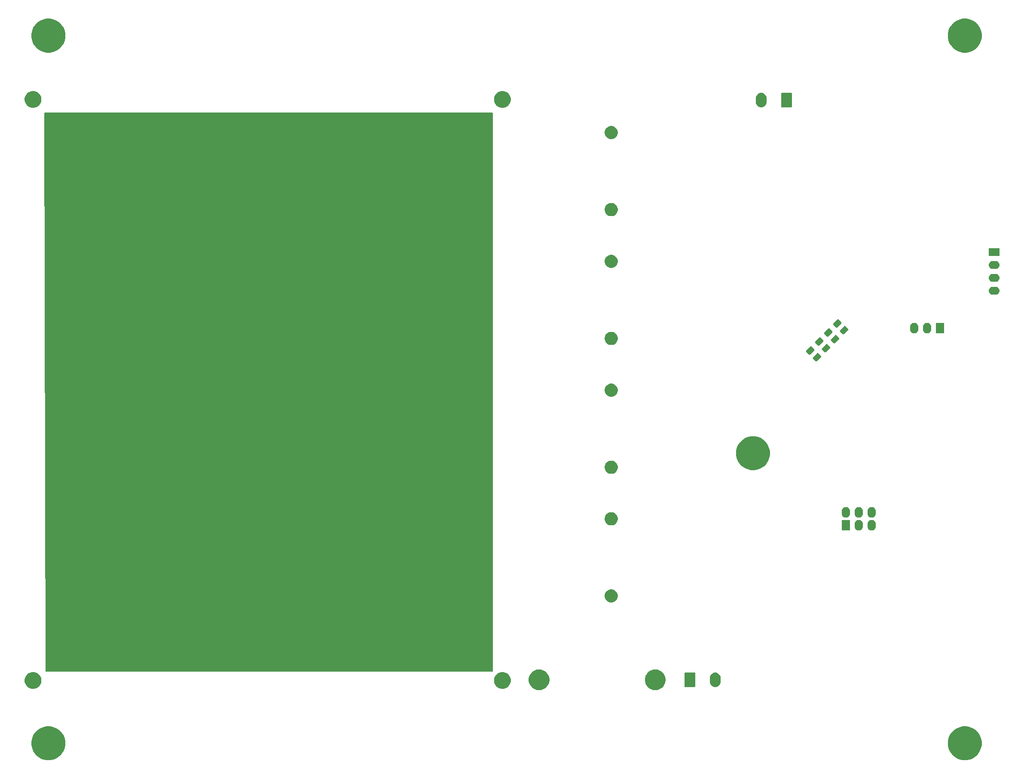
<source format=gbr>
G04 #@! TF.GenerationSoftware,KiCad,Pcbnew,(5.1.4)-1*
G04 #@! TF.CreationDate,2020-09-06T16:49:47-04:00*
G04 #@! TF.ProjectId,DC_LOAD_V02,44435f4c-4f41-4445-9f56-30322e6b6963,rev?*
G04 #@! TF.SameCoordinates,Original*
G04 #@! TF.FileFunction,Soldermask,Bot*
G04 #@! TF.FilePolarity,Negative*
%FSLAX46Y46*%
G04 Gerber Fmt 4.6, Leading zero omitted, Abs format (unit mm)*
G04 Created by KiCad (PCBNEW (5.1.4)-1) date 2020-09-06 16:49:47*
%MOMM*%
%LPD*%
G04 APERTURE LIST*
%ADD10C,0.100000*%
%ADD11C,0.150000*%
G04 APERTURE END LIST*
D10*
G36*
X165100000Y-176149000D02*
G01*
X77089000Y-176149000D01*
X76835000Y-66040000D01*
X165100000Y-66040000D01*
X165100000Y-176149000D01*
G37*
X165100000Y-176149000D02*
X77089000Y-176149000D01*
X76835000Y-66040000D01*
X165100000Y-66040000D01*
X165100000Y-176149000D01*
D11*
X77089000Y-176149000D02*
X76835000Y-66040000D01*
X165100000Y-176149000D02*
X77089000Y-176149000D01*
X165100000Y-66040000D02*
X165100000Y-176149000D01*
X76835000Y-66040000D02*
X165100000Y-66040000D01*
D10*
G36*
X259127158Y-187078738D02*
G01*
X259736818Y-187331268D01*
X259736820Y-187331269D01*
X260285500Y-187697885D01*
X260752115Y-188164500D01*
X261118732Y-188713182D01*
X261371262Y-189322842D01*
X261500000Y-189970052D01*
X261500000Y-190629948D01*
X261371262Y-191277158D01*
X261118732Y-191886818D01*
X261118731Y-191886820D01*
X260752115Y-192435500D01*
X260285500Y-192902115D01*
X259736820Y-193268731D01*
X259736819Y-193268732D01*
X259736818Y-193268732D01*
X259127158Y-193521262D01*
X258479948Y-193650000D01*
X257820052Y-193650000D01*
X257172842Y-193521262D01*
X256563182Y-193268732D01*
X256563181Y-193268732D01*
X256563180Y-193268731D01*
X256014500Y-192902115D01*
X255547885Y-192435500D01*
X255181269Y-191886820D01*
X255181268Y-191886818D01*
X254928738Y-191277158D01*
X254800000Y-190629948D01*
X254800000Y-189970052D01*
X254928738Y-189322842D01*
X255181268Y-188713182D01*
X255547885Y-188164500D01*
X256014500Y-187697885D01*
X256563180Y-187331269D01*
X256563182Y-187331268D01*
X257172842Y-187078738D01*
X257820052Y-186950000D01*
X258479948Y-186950000D01*
X259127158Y-187078738D01*
X259127158Y-187078738D01*
G37*
G36*
X78547158Y-187078738D02*
G01*
X79156818Y-187331268D01*
X79156820Y-187331269D01*
X79705500Y-187697885D01*
X80172115Y-188164500D01*
X80538732Y-188713182D01*
X80791262Y-189322842D01*
X80920000Y-189970052D01*
X80920000Y-190629948D01*
X80791262Y-191277158D01*
X80538732Y-191886818D01*
X80538731Y-191886820D01*
X80172115Y-192435500D01*
X79705500Y-192902115D01*
X79156820Y-193268731D01*
X79156819Y-193268732D01*
X79156818Y-193268732D01*
X78547158Y-193521262D01*
X77899948Y-193650000D01*
X77240052Y-193650000D01*
X76592842Y-193521262D01*
X75983182Y-193268732D01*
X75983181Y-193268732D01*
X75983180Y-193268731D01*
X75434500Y-192902115D01*
X74967885Y-192435500D01*
X74601269Y-191886820D01*
X74601268Y-191886818D01*
X74348738Y-191277158D01*
X74220000Y-190629948D01*
X74220000Y-189970052D01*
X74348738Y-189322842D01*
X74601268Y-188713182D01*
X74967885Y-188164500D01*
X75434500Y-187697885D01*
X75983180Y-187331269D01*
X75983182Y-187331268D01*
X76592842Y-187078738D01*
X77240052Y-186950000D01*
X77899948Y-186950000D01*
X78547158Y-187078738D01*
X78547158Y-187078738D01*
G37*
G36*
X174709944Y-175802520D02*
G01*
X174841963Y-175828780D01*
X175215039Y-175983314D01*
X175550799Y-176207661D01*
X175836339Y-176493201D01*
X175960449Y-176678946D01*
X176060687Y-176828963D01*
X176064774Y-176838830D01*
X176140331Y-177021239D01*
X176215220Y-177202038D01*
X176294000Y-177598091D01*
X176294000Y-178001909D01*
X176215220Y-178397962D01*
X176064774Y-178761171D01*
X176060686Y-178771039D01*
X175836339Y-179106799D01*
X175550799Y-179392339D01*
X175215039Y-179616686D01*
X174841963Y-179771220D01*
X174709944Y-179797480D01*
X174445909Y-179850000D01*
X174042091Y-179850000D01*
X173778056Y-179797480D01*
X173646037Y-179771220D01*
X173272961Y-179616686D01*
X172937201Y-179392339D01*
X172651661Y-179106799D01*
X172427314Y-178771039D01*
X172423227Y-178761171D01*
X172272780Y-178397962D01*
X172194000Y-178001909D01*
X172194000Y-177598091D01*
X172272780Y-177202038D01*
X172347670Y-177021239D01*
X172423226Y-176838830D01*
X172427313Y-176828963D01*
X172527551Y-176678946D01*
X172651661Y-176493201D01*
X172937201Y-176207661D01*
X173272961Y-175983314D01*
X173646037Y-175828780D01*
X173778056Y-175802520D01*
X174042091Y-175750000D01*
X174445909Y-175750000D01*
X174709944Y-175802520D01*
X174709944Y-175802520D01*
G37*
G36*
X197609944Y-175802520D02*
G01*
X197741963Y-175828780D01*
X198115039Y-175983314D01*
X198450799Y-176207661D01*
X198736339Y-176493201D01*
X198860449Y-176678946D01*
X198960687Y-176828963D01*
X198964774Y-176838830D01*
X199040331Y-177021239D01*
X199115220Y-177202038D01*
X199194000Y-177598091D01*
X199194000Y-178001909D01*
X199115220Y-178397962D01*
X198964774Y-178761171D01*
X198960686Y-178771039D01*
X198736339Y-179106799D01*
X198450799Y-179392339D01*
X198115039Y-179616686D01*
X197741963Y-179771220D01*
X197609944Y-179797480D01*
X197345909Y-179850000D01*
X196942091Y-179850000D01*
X196678056Y-179797480D01*
X196546037Y-179771220D01*
X196172961Y-179616686D01*
X195837201Y-179392339D01*
X195551661Y-179106799D01*
X195327314Y-178771039D01*
X195323227Y-178761171D01*
X195172780Y-178397962D01*
X195094000Y-178001909D01*
X195094000Y-177598091D01*
X195172780Y-177202038D01*
X195247670Y-177021239D01*
X195323226Y-176838830D01*
X195327313Y-176828963D01*
X195427551Y-176678946D01*
X195551661Y-176493201D01*
X195837201Y-176207661D01*
X196172961Y-175983314D01*
X196546037Y-175828780D01*
X196678056Y-175802520D01*
X196942091Y-175750000D01*
X197345909Y-175750000D01*
X197609944Y-175802520D01*
X197609944Y-175802520D01*
G37*
G36*
X74752874Y-176294023D02*
G01*
X75026287Y-176348408D01*
X75326568Y-176472789D01*
X75596814Y-176653361D01*
X75826639Y-176883186D01*
X76007211Y-177153432D01*
X76131592Y-177453713D01*
X76195000Y-177772489D01*
X76195000Y-178097511D01*
X76131592Y-178416287D01*
X76007211Y-178716568D01*
X75826639Y-178986814D01*
X75596814Y-179216639D01*
X75326568Y-179397211D01*
X75026287Y-179521592D01*
X74752874Y-179575977D01*
X74707512Y-179585000D01*
X74382488Y-179585000D01*
X74337126Y-179575977D01*
X74063713Y-179521592D01*
X73763432Y-179397211D01*
X73493186Y-179216639D01*
X73263361Y-178986814D01*
X73082789Y-178716568D01*
X72958408Y-178416287D01*
X72895000Y-178097511D01*
X72895000Y-177772489D01*
X72958408Y-177453713D01*
X73082789Y-177153432D01*
X73263361Y-176883186D01*
X73493186Y-176653361D01*
X73763432Y-176472789D01*
X74063713Y-176348408D01*
X74337126Y-176294023D01*
X74382488Y-176285000D01*
X74707512Y-176285000D01*
X74752874Y-176294023D01*
X74752874Y-176294023D01*
G37*
G36*
X167232874Y-176294023D02*
G01*
X167506287Y-176348408D01*
X167806568Y-176472789D01*
X168076814Y-176653361D01*
X168306639Y-176883186D01*
X168487211Y-177153432D01*
X168611592Y-177453713D01*
X168675000Y-177772489D01*
X168675000Y-178097511D01*
X168611592Y-178416287D01*
X168487211Y-178716568D01*
X168306639Y-178986814D01*
X168076814Y-179216639D01*
X167806568Y-179397211D01*
X167506287Y-179521592D01*
X167232874Y-179575977D01*
X167187512Y-179585000D01*
X166862488Y-179585000D01*
X166817126Y-179575977D01*
X166543713Y-179521592D01*
X166243432Y-179397211D01*
X165973186Y-179216639D01*
X165743361Y-178986814D01*
X165562789Y-178716568D01*
X165438408Y-178416287D01*
X165375000Y-178097511D01*
X165375000Y-177772489D01*
X165438408Y-177453713D01*
X165562789Y-177153432D01*
X165743361Y-176883186D01*
X165973186Y-176653361D01*
X166243432Y-176472789D01*
X166543713Y-176348408D01*
X166817126Y-176294023D01*
X166862488Y-176285000D01*
X167187512Y-176285000D01*
X167232874Y-176294023D01*
X167232874Y-176294023D01*
G37*
G36*
X209167835Y-176390193D02*
G01*
X209365761Y-176450233D01*
X209365764Y-176450234D01*
X209467542Y-176504636D01*
X209548171Y-176547733D01*
X209589819Y-176581913D01*
X209708055Y-176678945D01*
X209839268Y-176838830D01*
X209936766Y-177021235D01*
X209936766Y-177021236D01*
X209936767Y-177021238D01*
X209996807Y-177219164D01*
X210012000Y-177373422D01*
X210012000Y-178226577D01*
X209996807Y-178380835D01*
X209936767Y-178578762D01*
X209936766Y-178578765D01*
X209839268Y-178761170D01*
X209708055Y-178921055D01*
X209548170Y-179052268D01*
X209365765Y-179149766D01*
X209365762Y-179149767D01*
X209167836Y-179209807D01*
X208962000Y-179230080D01*
X208756165Y-179209807D01*
X208558239Y-179149767D01*
X208558236Y-179149766D01*
X208375831Y-179052268D01*
X208215946Y-178921055D01*
X208084734Y-178761172D01*
X207987233Y-178578762D01*
X207927193Y-178380834D01*
X207912000Y-178226580D01*
X207912000Y-177373421D01*
X207927193Y-177219167D01*
X207927193Y-177219165D01*
X207987233Y-177021239D01*
X207987234Y-177021236D01*
X208084732Y-176838831D01*
X208084733Y-176838829D01*
X208118913Y-176797181D01*
X208215945Y-176678945D01*
X208375830Y-176547732D01*
X208558235Y-176450234D01*
X208558238Y-176450233D01*
X208756164Y-176390193D01*
X208962000Y-176369920D01*
X209167835Y-176390193D01*
X209167835Y-176390193D01*
G37*
G36*
X204923343Y-176377706D02*
G01*
X204943863Y-176383931D01*
X204962776Y-176394040D01*
X204979354Y-176407646D01*
X204992960Y-176424224D01*
X205003069Y-176443137D01*
X205009294Y-176463657D01*
X205012000Y-176491138D01*
X205012000Y-179108862D01*
X205009294Y-179136343D01*
X205003069Y-179156863D01*
X204992960Y-179175776D01*
X204979354Y-179192354D01*
X204962776Y-179205960D01*
X204943863Y-179216069D01*
X204923343Y-179222294D01*
X204895862Y-179225000D01*
X203028138Y-179225000D01*
X203000657Y-179222294D01*
X202980137Y-179216069D01*
X202961224Y-179205960D01*
X202944646Y-179192354D01*
X202931040Y-179175776D01*
X202920931Y-179156863D01*
X202914706Y-179136343D01*
X202912000Y-179108862D01*
X202912000Y-176491138D01*
X202914706Y-176463657D01*
X202920931Y-176443137D01*
X202931040Y-176424224D01*
X202944646Y-176407646D01*
X202961224Y-176394040D01*
X202980137Y-176383931D01*
X203000657Y-176377706D01*
X203028138Y-176375000D01*
X204895862Y-176375000D01*
X204923343Y-176377706D01*
X204923343Y-176377706D01*
G37*
G36*
X188847196Y-159999958D02*
G01*
X189083781Y-160097955D01*
X189296702Y-160240224D01*
X189477776Y-160421298D01*
X189620045Y-160634219D01*
X189718042Y-160870804D01*
X189768000Y-161121961D01*
X189768000Y-161378039D01*
X189718042Y-161629196D01*
X189620045Y-161865781D01*
X189477776Y-162078702D01*
X189296702Y-162259776D01*
X189083781Y-162402045D01*
X188847196Y-162500042D01*
X188721617Y-162525021D01*
X188596040Y-162550000D01*
X188339960Y-162550000D01*
X188214383Y-162525021D01*
X188088804Y-162500042D01*
X187852219Y-162402045D01*
X187639298Y-162259776D01*
X187458224Y-162078702D01*
X187315955Y-161865781D01*
X187217958Y-161629196D01*
X187168000Y-161378039D01*
X187168000Y-161121961D01*
X187217958Y-160870804D01*
X187315955Y-160634219D01*
X187458224Y-160421298D01*
X187639298Y-160240224D01*
X187852219Y-160097955D01*
X188088804Y-159999958D01*
X188339960Y-159950000D01*
X188596040Y-159950000D01*
X188847196Y-159999958D01*
X188847196Y-159999958D01*
G37*
G36*
X237392826Y-146281576D02*
G01*
X237543627Y-146327321D01*
X237543629Y-146327322D01*
X237682604Y-146401606D01*
X237682606Y-146401607D01*
X237682605Y-146401607D01*
X237804422Y-146501578D01*
X237886466Y-146601550D01*
X237904394Y-146623395D01*
X237927050Y-146665781D01*
X237978679Y-146762372D01*
X238024424Y-146913173D01*
X238036000Y-147030707D01*
X238036000Y-147609293D01*
X238024424Y-147726827D01*
X237978679Y-147877628D01*
X237978678Y-147877630D01*
X237904394Y-148016605D01*
X237804422Y-148138422D01*
X237682605Y-148238394D01*
X237560129Y-148303859D01*
X237543628Y-148312679D01*
X237392827Y-148358424D01*
X237236000Y-148373870D01*
X237079174Y-148358424D01*
X236928373Y-148312679D01*
X236911872Y-148303859D01*
X236789396Y-148238394D01*
X236667579Y-148138422D01*
X236567608Y-148016607D01*
X236567607Y-148016605D01*
X236493321Y-147877628D01*
X236447576Y-147726827D01*
X236436000Y-147609293D01*
X236436000Y-147030708D01*
X236447576Y-146913174D01*
X236493321Y-146762373D01*
X236567607Y-146623395D01*
X236667578Y-146501578D01*
X236789394Y-146401607D01*
X236789393Y-146401607D01*
X236789395Y-146401606D01*
X236928370Y-146327322D01*
X236928372Y-146327321D01*
X237079173Y-146281576D01*
X237236000Y-146266130D01*
X237392826Y-146281576D01*
X237392826Y-146281576D01*
G37*
G36*
X239932826Y-146281576D02*
G01*
X240083627Y-146327321D01*
X240083629Y-146327322D01*
X240222604Y-146401606D01*
X240222606Y-146401607D01*
X240222605Y-146401607D01*
X240344422Y-146501578D01*
X240426466Y-146601550D01*
X240444394Y-146623395D01*
X240467050Y-146665781D01*
X240518679Y-146762372D01*
X240564424Y-146913173D01*
X240576000Y-147030707D01*
X240576000Y-147609293D01*
X240564424Y-147726827D01*
X240518679Y-147877628D01*
X240518678Y-147877630D01*
X240444394Y-148016605D01*
X240344422Y-148138422D01*
X240222605Y-148238394D01*
X240100129Y-148303859D01*
X240083628Y-148312679D01*
X239932827Y-148358424D01*
X239776000Y-148373870D01*
X239619174Y-148358424D01*
X239468373Y-148312679D01*
X239451872Y-148303859D01*
X239329396Y-148238394D01*
X239207579Y-148138422D01*
X239107608Y-148016607D01*
X239107607Y-148016605D01*
X239033321Y-147877628D01*
X238987576Y-147726827D01*
X238976000Y-147609293D01*
X238976000Y-147030708D01*
X238987576Y-146913174D01*
X239033321Y-146762373D01*
X239107607Y-146623395D01*
X239207578Y-146501578D01*
X239329394Y-146401607D01*
X239329393Y-146401607D01*
X239329395Y-146401606D01*
X239468370Y-146327322D01*
X239468372Y-146327321D01*
X239619173Y-146281576D01*
X239776000Y-146266130D01*
X239932826Y-146281576D01*
X239932826Y-146281576D01*
G37*
G36*
X235447588Y-146271746D02*
G01*
X235458729Y-146275126D01*
X235468999Y-146280615D01*
X235477999Y-146288001D01*
X235485385Y-146297001D01*
X235490874Y-146307271D01*
X235494254Y-146318412D01*
X235496000Y-146336141D01*
X235496000Y-148303859D01*
X235494254Y-148321588D01*
X235490874Y-148332729D01*
X235485385Y-148342999D01*
X235477999Y-148351999D01*
X235468999Y-148359385D01*
X235458729Y-148364874D01*
X235447588Y-148368254D01*
X235429859Y-148370000D01*
X233962141Y-148370000D01*
X233944412Y-148368254D01*
X233933271Y-148364874D01*
X233923001Y-148359385D01*
X233914001Y-148351999D01*
X233906615Y-148342999D01*
X233901126Y-148332729D01*
X233897746Y-148321588D01*
X233896000Y-148303859D01*
X233896000Y-146336141D01*
X233897746Y-146318412D01*
X233901126Y-146307271D01*
X233906615Y-146297001D01*
X233914001Y-146288001D01*
X233923001Y-146280615D01*
X233933271Y-146275126D01*
X233944412Y-146271746D01*
X233962141Y-146270000D01*
X235429859Y-146270000D01*
X235447588Y-146271746D01*
X235447588Y-146271746D01*
G37*
G36*
X188721617Y-144774979D02*
G01*
X188847196Y-144799958D01*
X189083781Y-144897955D01*
X189296702Y-145040224D01*
X189477776Y-145221298D01*
X189620045Y-145434219D01*
X189718042Y-145670804D01*
X189768000Y-145921961D01*
X189768000Y-146178039D01*
X189735564Y-146341109D01*
X189718042Y-146429195D01*
X189637602Y-146623396D01*
X189620045Y-146665781D01*
X189477776Y-146878702D01*
X189296702Y-147059776D01*
X189083781Y-147202045D01*
X188847196Y-147300042D01*
X188721617Y-147325021D01*
X188596040Y-147350000D01*
X188339960Y-147350000D01*
X188214383Y-147325021D01*
X188088804Y-147300042D01*
X187852219Y-147202045D01*
X187639298Y-147059776D01*
X187458224Y-146878702D01*
X187315955Y-146665781D01*
X187298399Y-146623396D01*
X187217958Y-146429195D01*
X187200437Y-146341109D01*
X187168000Y-146178039D01*
X187168000Y-145921961D01*
X187217958Y-145670804D01*
X187315955Y-145434219D01*
X187458224Y-145221298D01*
X187639298Y-145040224D01*
X187852219Y-144897955D01*
X188088804Y-144799958D01*
X188214383Y-144774979D01*
X188339960Y-144750000D01*
X188596040Y-144750000D01*
X188721617Y-144774979D01*
X188721617Y-144774979D01*
G37*
G36*
X237392826Y-143741576D02*
G01*
X237543627Y-143787321D01*
X237543629Y-143787322D01*
X237682604Y-143861606D01*
X237682606Y-143861607D01*
X237682605Y-143861607D01*
X237804422Y-143961578D01*
X237886466Y-144061550D01*
X237904394Y-144083395D01*
X237978678Y-144222370D01*
X237978679Y-144222372D01*
X238024424Y-144373173D01*
X238036000Y-144490707D01*
X238036000Y-145069293D01*
X238024424Y-145186827D01*
X237978679Y-145337628D01*
X237978678Y-145337630D01*
X237904394Y-145476605D01*
X237804422Y-145598422D01*
X237682605Y-145698394D01*
X237543630Y-145772678D01*
X237543628Y-145772679D01*
X237392827Y-145818424D01*
X237236000Y-145833870D01*
X237079174Y-145818424D01*
X236928373Y-145772679D01*
X236928371Y-145772678D01*
X236789396Y-145698394D01*
X236667579Y-145598422D01*
X236567608Y-145476607D01*
X236567607Y-145476605D01*
X236493321Y-145337628D01*
X236447576Y-145186827D01*
X236436000Y-145069293D01*
X236436000Y-144490708D01*
X236447576Y-144373174D01*
X236493321Y-144222373D01*
X236567607Y-144083395D01*
X236667578Y-143961578D01*
X236789394Y-143861607D01*
X236789393Y-143861607D01*
X236789395Y-143861606D01*
X236928370Y-143787322D01*
X236928372Y-143787321D01*
X237079173Y-143741576D01*
X237236000Y-143726130D01*
X237392826Y-143741576D01*
X237392826Y-143741576D01*
G37*
G36*
X234852826Y-143741576D02*
G01*
X235003627Y-143787321D01*
X235003629Y-143787322D01*
X235142604Y-143861606D01*
X235142606Y-143861607D01*
X235142605Y-143861607D01*
X235264422Y-143961578D01*
X235346466Y-144061550D01*
X235364394Y-144083395D01*
X235438678Y-144222370D01*
X235438679Y-144222372D01*
X235484424Y-144373173D01*
X235496000Y-144490707D01*
X235496000Y-145069293D01*
X235484424Y-145186827D01*
X235438679Y-145337628D01*
X235438678Y-145337630D01*
X235364394Y-145476605D01*
X235264422Y-145598422D01*
X235142605Y-145698394D01*
X235003630Y-145772678D01*
X235003628Y-145772679D01*
X234852827Y-145818424D01*
X234696000Y-145833870D01*
X234539174Y-145818424D01*
X234388373Y-145772679D01*
X234388371Y-145772678D01*
X234249396Y-145698394D01*
X234127579Y-145598422D01*
X234027608Y-145476607D01*
X234027607Y-145476605D01*
X233953321Y-145337628D01*
X233907576Y-145186827D01*
X233896000Y-145069293D01*
X233896000Y-144490708D01*
X233907576Y-144373174D01*
X233953321Y-144222373D01*
X234027607Y-144083395D01*
X234127578Y-143961578D01*
X234249394Y-143861607D01*
X234249393Y-143861607D01*
X234249395Y-143861606D01*
X234388370Y-143787322D01*
X234388372Y-143787321D01*
X234539173Y-143741576D01*
X234696000Y-143726130D01*
X234852826Y-143741576D01*
X234852826Y-143741576D01*
G37*
G36*
X239932826Y-143741576D02*
G01*
X240083627Y-143787321D01*
X240083629Y-143787322D01*
X240222604Y-143861606D01*
X240222606Y-143861607D01*
X240222605Y-143861607D01*
X240344422Y-143961578D01*
X240426466Y-144061550D01*
X240444394Y-144083395D01*
X240518678Y-144222370D01*
X240518679Y-144222372D01*
X240564424Y-144373173D01*
X240576000Y-144490707D01*
X240576000Y-145069293D01*
X240564424Y-145186827D01*
X240518679Y-145337628D01*
X240518678Y-145337630D01*
X240444394Y-145476605D01*
X240344422Y-145598422D01*
X240222605Y-145698394D01*
X240083630Y-145772678D01*
X240083628Y-145772679D01*
X239932827Y-145818424D01*
X239776000Y-145833870D01*
X239619174Y-145818424D01*
X239468373Y-145772679D01*
X239468371Y-145772678D01*
X239329396Y-145698394D01*
X239207579Y-145598422D01*
X239107608Y-145476607D01*
X239107607Y-145476605D01*
X239033321Y-145337628D01*
X238987576Y-145186827D01*
X238976000Y-145069293D01*
X238976000Y-144490708D01*
X238987576Y-144373174D01*
X239033321Y-144222373D01*
X239107607Y-144083395D01*
X239207578Y-143961578D01*
X239329394Y-143861607D01*
X239329393Y-143861607D01*
X239329395Y-143861606D01*
X239468370Y-143787322D01*
X239468372Y-143787321D01*
X239619173Y-143741576D01*
X239776000Y-143726130D01*
X239932826Y-143741576D01*
X239932826Y-143741576D01*
G37*
G36*
X188847196Y-134639958D02*
G01*
X189083781Y-134737955D01*
X189296702Y-134880224D01*
X189477776Y-135061298D01*
X189620045Y-135274219D01*
X189718042Y-135510804D01*
X189768000Y-135761961D01*
X189768000Y-136018039D01*
X189718042Y-136269196D01*
X189620045Y-136505781D01*
X189477776Y-136718702D01*
X189296702Y-136899776D01*
X189083781Y-137042045D01*
X188847196Y-137140042D01*
X188721617Y-137165021D01*
X188596040Y-137190000D01*
X188339960Y-137190000D01*
X188214383Y-137165021D01*
X188088804Y-137140042D01*
X187852219Y-137042045D01*
X187639298Y-136899776D01*
X187458224Y-136718702D01*
X187315955Y-136505781D01*
X187217958Y-136269196D01*
X187168000Y-136018039D01*
X187168000Y-135761961D01*
X187217958Y-135510804D01*
X187315955Y-135274219D01*
X187458224Y-135061298D01*
X187639298Y-134880224D01*
X187852219Y-134737955D01*
X188088804Y-134639958D01*
X188339960Y-134590000D01*
X188596040Y-134590000D01*
X188847196Y-134639958D01*
X188847196Y-134639958D01*
G37*
G36*
X217385158Y-129900138D02*
G01*
X217994818Y-130152668D01*
X217994820Y-130152669D01*
X218543500Y-130519285D01*
X219010115Y-130985900D01*
X219376732Y-131534582D01*
X219629262Y-132144242D01*
X219758000Y-132791452D01*
X219758000Y-133451348D01*
X219629262Y-134098558D01*
X219405006Y-134639958D01*
X219376731Y-134708220D01*
X219010115Y-135256900D01*
X218543500Y-135723515D01*
X217994820Y-136090131D01*
X217994819Y-136090132D01*
X217994818Y-136090132D01*
X217385158Y-136342662D01*
X216737948Y-136471400D01*
X216078052Y-136471400D01*
X215430842Y-136342662D01*
X214821182Y-136090132D01*
X214821181Y-136090132D01*
X214821180Y-136090131D01*
X214272500Y-135723515D01*
X213805885Y-135256900D01*
X213439269Y-134708220D01*
X213410994Y-134639958D01*
X213186738Y-134098558D01*
X213058000Y-133451348D01*
X213058000Y-132791452D01*
X213186738Y-132144242D01*
X213439268Y-131534582D01*
X213805885Y-130985900D01*
X214272500Y-130519285D01*
X214821180Y-130152669D01*
X214821182Y-130152668D01*
X215430842Y-129900138D01*
X216078052Y-129771400D01*
X216737948Y-129771400D01*
X217385158Y-129900138D01*
X217385158Y-129900138D01*
G37*
G36*
X188721617Y-119414979D02*
G01*
X188847196Y-119439958D01*
X189083781Y-119537955D01*
X189296702Y-119680224D01*
X189477776Y-119861298D01*
X189620045Y-120074219D01*
X189718042Y-120310804D01*
X189768000Y-120561961D01*
X189768000Y-120818039D01*
X189718042Y-121069196D01*
X189620045Y-121305781D01*
X189477776Y-121518702D01*
X189296702Y-121699776D01*
X189083781Y-121842045D01*
X188847196Y-121940042D01*
X188596040Y-121990000D01*
X188339960Y-121990000D01*
X188088804Y-121940042D01*
X187852219Y-121842045D01*
X187639298Y-121699776D01*
X187458224Y-121518702D01*
X187315955Y-121305781D01*
X187217958Y-121069196D01*
X187168000Y-120818039D01*
X187168000Y-120561961D01*
X187217958Y-120310804D01*
X187315955Y-120074219D01*
X187458224Y-119861298D01*
X187639298Y-119680224D01*
X187852219Y-119537955D01*
X188088804Y-119439958D01*
X188214383Y-119414979D01*
X188339960Y-119390000D01*
X188596040Y-119390000D01*
X188721617Y-119414979D01*
X188721617Y-119414979D01*
G37*
G36*
X229191674Y-113374371D02*
G01*
X229231422Y-113386429D01*
X229268056Y-113406010D01*
X229304933Y-113436274D01*
X229773552Y-113904893D01*
X229803816Y-113941770D01*
X229823397Y-113978404D01*
X229835455Y-114018152D01*
X229839526Y-114059492D01*
X229835455Y-114100832D01*
X229823397Y-114140580D01*
X229803816Y-114177214D01*
X229773552Y-114214091D01*
X229022091Y-114965552D01*
X228985214Y-114995816D01*
X228948580Y-115015397D01*
X228908832Y-115027455D01*
X228867492Y-115031526D01*
X228826152Y-115027455D01*
X228786404Y-115015397D01*
X228749770Y-114995816D01*
X228712893Y-114965552D01*
X228244274Y-114496933D01*
X228214010Y-114460056D01*
X228194429Y-114423422D01*
X228182371Y-114383674D01*
X228178300Y-114342334D01*
X228182371Y-114300994D01*
X228194429Y-114261246D01*
X228214010Y-114224612D01*
X228244274Y-114187735D01*
X228995735Y-113436274D01*
X229032612Y-113406010D01*
X229069246Y-113386429D01*
X229108994Y-113374371D01*
X229150334Y-113370300D01*
X229191674Y-113374371D01*
X229191674Y-113374371D01*
G37*
G36*
X227865848Y-112048545D02*
G01*
X227905596Y-112060603D01*
X227942230Y-112080184D01*
X227979107Y-112110448D01*
X228447726Y-112579067D01*
X228477990Y-112615944D01*
X228497571Y-112652578D01*
X228509629Y-112692326D01*
X228513700Y-112733666D01*
X228509629Y-112775006D01*
X228497571Y-112814754D01*
X228477990Y-112851388D01*
X228447726Y-112888265D01*
X227696265Y-113639726D01*
X227659388Y-113669990D01*
X227622754Y-113689571D01*
X227583006Y-113701629D01*
X227541666Y-113705700D01*
X227500326Y-113701629D01*
X227460578Y-113689571D01*
X227423944Y-113669990D01*
X227387067Y-113639726D01*
X226918448Y-113171107D01*
X226888184Y-113134230D01*
X226868603Y-113097596D01*
X226856545Y-113057848D01*
X226852474Y-113016508D01*
X226856545Y-112975168D01*
X226868603Y-112935420D01*
X226888184Y-112898786D01*
X226918448Y-112861909D01*
X227669909Y-112110448D01*
X227706786Y-112080184D01*
X227743420Y-112060603D01*
X227783168Y-112048545D01*
X227824508Y-112044474D01*
X227865848Y-112048545D01*
X227865848Y-112048545D01*
G37*
G36*
X230969674Y-111596371D02*
G01*
X231009422Y-111608429D01*
X231046056Y-111628010D01*
X231082933Y-111658274D01*
X231551552Y-112126893D01*
X231581816Y-112163770D01*
X231601397Y-112200404D01*
X231613455Y-112240152D01*
X231617526Y-112281492D01*
X231613455Y-112322832D01*
X231601397Y-112362580D01*
X231581816Y-112399214D01*
X231551552Y-112436091D01*
X230800091Y-113187552D01*
X230763214Y-113217816D01*
X230726580Y-113237397D01*
X230686832Y-113249455D01*
X230645492Y-113253526D01*
X230604152Y-113249455D01*
X230564404Y-113237397D01*
X230527770Y-113217816D01*
X230490893Y-113187552D01*
X230022274Y-112718933D01*
X229992010Y-112682056D01*
X229972429Y-112645422D01*
X229960371Y-112605674D01*
X229956300Y-112564334D01*
X229960371Y-112522994D01*
X229972429Y-112483246D01*
X229992010Y-112446612D01*
X230022274Y-112409735D01*
X230773735Y-111658274D01*
X230810612Y-111628010D01*
X230847246Y-111608429D01*
X230886994Y-111596371D01*
X230928334Y-111592300D01*
X230969674Y-111596371D01*
X230969674Y-111596371D01*
G37*
G36*
X229643848Y-110270545D02*
G01*
X229683596Y-110282603D01*
X229720230Y-110302184D01*
X229757107Y-110332448D01*
X230225726Y-110801067D01*
X230255990Y-110837944D01*
X230275571Y-110874578D01*
X230287629Y-110914326D01*
X230291700Y-110955666D01*
X230287629Y-110997006D01*
X230275571Y-111036754D01*
X230255990Y-111073388D01*
X230225726Y-111110265D01*
X229474265Y-111861726D01*
X229437388Y-111891990D01*
X229400754Y-111911571D01*
X229361006Y-111923629D01*
X229319666Y-111927700D01*
X229278326Y-111923629D01*
X229238578Y-111911571D01*
X229201944Y-111891990D01*
X229165067Y-111861726D01*
X228696448Y-111393107D01*
X228666184Y-111356230D01*
X228646603Y-111319596D01*
X228634545Y-111279848D01*
X228630474Y-111238508D01*
X228634545Y-111197168D01*
X228646603Y-111157420D01*
X228666184Y-111120786D01*
X228696448Y-111083909D01*
X229447909Y-110332448D01*
X229484786Y-110302184D01*
X229521420Y-110282603D01*
X229561168Y-110270545D01*
X229602508Y-110266474D01*
X229643848Y-110270545D01*
X229643848Y-110270545D01*
G37*
G36*
X188660329Y-109202788D02*
G01*
X188847196Y-109239958D01*
X189083781Y-109337955D01*
X189296702Y-109480224D01*
X189477776Y-109661298D01*
X189603869Y-109850010D01*
X189620046Y-109874221D01*
X189639062Y-109920129D01*
X189718042Y-110110804D01*
X189724969Y-110145629D01*
X189768000Y-110361960D01*
X189768000Y-110618040D01*
X189755457Y-110681096D01*
X189718042Y-110869196D01*
X189620045Y-111105781D01*
X189477776Y-111318702D01*
X189296702Y-111499776D01*
X189083781Y-111642045D01*
X188847196Y-111740042D01*
X188596040Y-111790000D01*
X188339960Y-111790000D01*
X188088804Y-111740042D01*
X187852219Y-111642045D01*
X187639298Y-111499776D01*
X187458224Y-111318702D01*
X187315955Y-111105781D01*
X187217958Y-110869196D01*
X187180543Y-110681096D01*
X187168000Y-110618040D01*
X187168000Y-110361960D01*
X187211031Y-110145629D01*
X187217958Y-110110804D01*
X187296938Y-109920129D01*
X187315954Y-109874221D01*
X187332131Y-109850010D01*
X187458224Y-109661298D01*
X187639298Y-109480224D01*
X187852219Y-109337955D01*
X188088804Y-109239958D01*
X188275671Y-109202788D01*
X188339960Y-109190000D01*
X188596040Y-109190000D01*
X188660329Y-109202788D01*
X188660329Y-109202788D01*
G37*
G36*
X232747674Y-109818371D02*
G01*
X232787422Y-109830429D01*
X232824056Y-109850010D01*
X232860933Y-109880274D01*
X233329552Y-110348893D01*
X233359816Y-110385770D01*
X233379397Y-110422404D01*
X233391455Y-110462152D01*
X233395526Y-110503492D01*
X233391455Y-110544832D01*
X233379397Y-110584580D01*
X233359816Y-110621214D01*
X233329552Y-110658091D01*
X232578091Y-111409552D01*
X232541214Y-111439816D01*
X232504580Y-111459397D01*
X232464832Y-111471455D01*
X232423492Y-111475526D01*
X232382152Y-111471455D01*
X232342404Y-111459397D01*
X232305770Y-111439816D01*
X232268893Y-111409552D01*
X231800274Y-110940933D01*
X231770010Y-110904056D01*
X231750429Y-110867422D01*
X231738371Y-110827674D01*
X231734300Y-110786334D01*
X231738371Y-110744994D01*
X231750429Y-110705246D01*
X231770010Y-110668612D01*
X231800274Y-110631735D01*
X232551735Y-109880274D01*
X232588612Y-109850010D01*
X232625246Y-109830429D01*
X232664994Y-109818371D01*
X232706334Y-109814300D01*
X232747674Y-109818371D01*
X232747674Y-109818371D01*
G37*
G36*
X231421848Y-108492545D02*
G01*
X231461596Y-108504603D01*
X231498230Y-108524184D01*
X231535107Y-108554448D01*
X232003726Y-109023067D01*
X232033990Y-109059944D01*
X232053571Y-109096578D01*
X232065629Y-109136326D01*
X232069700Y-109177666D01*
X232065629Y-109219006D01*
X232053571Y-109258754D01*
X232033990Y-109295388D01*
X232003726Y-109332265D01*
X231252265Y-110083726D01*
X231215388Y-110113990D01*
X231178754Y-110133571D01*
X231139006Y-110145629D01*
X231097666Y-110149700D01*
X231056326Y-110145629D01*
X231016578Y-110133571D01*
X230979944Y-110113990D01*
X230943067Y-110083726D01*
X230474448Y-109615107D01*
X230444184Y-109578230D01*
X230424603Y-109541596D01*
X230412545Y-109501848D01*
X230408474Y-109460508D01*
X230412545Y-109419168D01*
X230424603Y-109379420D01*
X230444184Y-109342786D01*
X230474448Y-109305909D01*
X231225909Y-108554448D01*
X231262786Y-108524184D01*
X231299420Y-108504603D01*
X231339168Y-108492545D01*
X231380508Y-108488474D01*
X231421848Y-108492545D01*
X231421848Y-108492545D01*
G37*
G36*
X234525674Y-108040371D02*
G01*
X234565422Y-108052429D01*
X234602056Y-108072010D01*
X234638933Y-108102274D01*
X235107552Y-108570893D01*
X235137816Y-108607770D01*
X235157397Y-108644404D01*
X235169455Y-108684152D01*
X235173526Y-108725492D01*
X235169455Y-108766832D01*
X235157397Y-108806580D01*
X235137816Y-108843214D01*
X235107552Y-108880091D01*
X234356091Y-109631552D01*
X234319214Y-109661816D01*
X234282580Y-109681397D01*
X234242832Y-109693455D01*
X234201492Y-109697526D01*
X234160152Y-109693455D01*
X234120404Y-109681397D01*
X234083770Y-109661816D01*
X234046893Y-109631552D01*
X233578274Y-109162933D01*
X233548010Y-109126056D01*
X233528429Y-109089422D01*
X233516371Y-109049674D01*
X233512300Y-109008334D01*
X233516371Y-108966994D01*
X233528429Y-108927246D01*
X233548010Y-108890612D01*
X233578274Y-108853735D01*
X234329735Y-108102274D01*
X234366612Y-108072010D01*
X234403246Y-108052429D01*
X234442994Y-108040371D01*
X234484334Y-108036300D01*
X234525674Y-108040371D01*
X234525674Y-108040371D01*
G37*
G36*
X250854827Y-107419576D02*
G01*
X251005628Y-107465321D01*
X251005630Y-107465322D01*
X251144605Y-107539606D01*
X251266422Y-107639578D01*
X251366394Y-107761395D01*
X251405892Y-107835290D01*
X251440679Y-107900372D01*
X251486424Y-108051173D01*
X251498000Y-108168707D01*
X251498000Y-108747293D01*
X251486424Y-108864827D01*
X251440679Y-109015627D01*
X251440678Y-109015630D01*
X251366394Y-109154605D01*
X251359559Y-109162933D01*
X251266422Y-109276422D01*
X251170344Y-109355270D01*
X251144604Y-109376394D01*
X251022128Y-109441859D01*
X251005627Y-109450679D01*
X250854826Y-109496424D01*
X250698000Y-109511870D01*
X250541173Y-109496424D01*
X250390372Y-109450679D01*
X250373871Y-109441859D01*
X250251395Y-109376394D01*
X250216797Y-109348000D01*
X250129578Y-109276422D01*
X250044808Y-109173128D01*
X250029606Y-109154604D01*
X249955322Y-109015629D01*
X249945488Y-108983212D01*
X249909576Y-108864826D01*
X249901137Y-108779142D01*
X249898000Y-108747293D01*
X249898000Y-108168706D01*
X249909576Y-108051175D01*
X249909576Y-108051173D01*
X249955321Y-107900372D01*
X250029607Y-107761394D01*
X250129579Y-107639578D01*
X250251395Y-107539607D01*
X250251394Y-107539607D01*
X250251396Y-107539606D01*
X250390371Y-107465322D01*
X250390373Y-107465321D01*
X250541174Y-107419576D01*
X250698000Y-107404130D01*
X250854827Y-107419576D01*
X250854827Y-107419576D01*
G37*
G36*
X248314827Y-107419576D02*
G01*
X248465628Y-107465321D01*
X248465630Y-107465322D01*
X248604605Y-107539606D01*
X248726422Y-107639578D01*
X248826394Y-107761395D01*
X248865892Y-107835290D01*
X248900679Y-107900372D01*
X248946424Y-108051173D01*
X248958000Y-108168707D01*
X248958000Y-108747293D01*
X248946424Y-108864827D01*
X248900679Y-109015627D01*
X248900678Y-109015630D01*
X248826394Y-109154605D01*
X248819559Y-109162933D01*
X248726422Y-109276422D01*
X248630344Y-109355270D01*
X248604604Y-109376394D01*
X248482128Y-109441859D01*
X248465627Y-109450679D01*
X248314826Y-109496424D01*
X248158000Y-109511870D01*
X248001173Y-109496424D01*
X247850372Y-109450679D01*
X247833871Y-109441859D01*
X247711395Y-109376394D01*
X247676797Y-109348000D01*
X247589578Y-109276422D01*
X247504808Y-109173128D01*
X247489606Y-109154604D01*
X247415322Y-109015629D01*
X247405488Y-108983212D01*
X247369576Y-108864826D01*
X247361137Y-108779142D01*
X247358000Y-108747293D01*
X247358000Y-108168706D01*
X247369576Y-108051175D01*
X247369576Y-108051173D01*
X247415321Y-107900372D01*
X247489607Y-107761394D01*
X247589579Y-107639578D01*
X247711395Y-107539607D01*
X247711394Y-107539607D01*
X247711396Y-107539606D01*
X247850371Y-107465322D01*
X247850373Y-107465321D01*
X248001174Y-107419576D01*
X248158000Y-107404130D01*
X248314827Y-107419576D01*
X248314827Y-107419576D01*
G37*
G36*
X253989588Y-107409746D02*
G01*
X254000729Y-107413126D01*
X254010999Y-107418615D01*
X254019999Y-107426001D01*
X254027385Y-107435001D01*
X254032874Y-107445271D01*
X254036254Y-107456412D01*
X254038000Y-107474141D01*
X254038000Y-109441859D01*
X254036254Y-109459588D01*
X254032874Y-109470729D01*
X254027385Y-109480999D01*
X254019999Y-109489999D01*
X254010999Y-109497385D01*
X254000729Y-109502874D01*
X253989588Y-109506254D01*
X253971859Y-109508000D01*
X252504141Y-109508000D01*
X252486412Y-109506254D01*
X252475271Y-109502874D01*
X252465001Y-109497385D01*
X252456001Y-109489999D01*
X252448615Y-109480999D01*
X252443126Y-109470729D01*
X252439746Y-109459588D01*
X252438000Y-109441859D01*
X252438000Y-107474141D01*
X252439746Y-107456412D01*
X252443126Y-107445271D01*
X252448615Y-107435001D01*
X252456001Y-107426001D01*
X252465001Y-107418615D01*
X252475271Y-107413126D01*
X252486412Y-107409746D01*
X252504141Y-107408000D01*
X253971859Y-107408000D01*
X253989588Y-107409746D01*
X253989588Y-107409746D01*
G37*
G36*
X233199848Y-106714545D02*
G01*
X233239596Y-106726603D01*
X233276230Y-106746184D01*
X233313107Y-106776448D01*
X233781726Y-107245067D01*
X233811990Y-107281944D01*
X233831571Y-107318578D01*
X233843629Y-107358326D01*
X233847700Y-107399666D01*
X233843629Y-107441006D01*
X233831571Y-107480754D01*
X233811990Y-107517388D01*
X233781726Y-107554265D01*
X233030265Y-108305726D01*
X232993388Y-108335990D01*
X232956754Y-108355571D01*
X232917006Y-108367629D01*
X232875666Y-108371700D01*
X232834326Y-108367629D01*
X232794578Y-108355571D01*
X232757944Y-108335990D01*
X232721067Y-108305726D01*
X232252448Y-107837107D01*
X232222184Y-107800230D01*
X232202603Y-107763596D01*
X232190545Y-107723848D01*
X232186474Y-107682508D01*
X232190545Y-107641168D01*
X232202603Y-107601420D01*
X232222184Y-107564786D01*
X232252448Y-107527909D01*
X233003909Y-106776448D01*
X233040786Y-106746184D01*
X233077420Y-106726603D01*
X233117168Y-106714545D01*
X233158508Y-106710474D01*
X233199848Y-106714545D01*
X233199848Y-106714545D01*
G37*
G36*
X264234471Y-100295859D02*
G01*
X264312827Y-100303576D01*
X264463628Y-100349321D01*
X264463630Y-100349322D01*
X264602605Y-100423606D01*
X264602607Y-100423607D01*
X264602606Y-100423607D01*
X264724422Y-100523578D01*
X264824393Y-100645394D01*
X264898679Y-100784372D01*
X264944424Y-100935173D01*
X264959870Y-101092000D01*
X264944424Y-101248827D01*
X264898679Y-101399628D01*
X264898678Y-101399630D01*
X264824394Y-101538605D01*
X264724422Y-101660422D01*
X264602605Y-101760394D01*
X264463630Y-101834678D01*
X264463628Y-101834679D01*
X264312827Y-101880424D01*
X264234471Y-101888141D01*
X264195294Y-101892000D01*
X263616706Y-101892000D01*
X263577529Y-101888141D01*
X263499173Y-101880424D01*
X263348372Y-101834679D01*
X263348370Y-101834678D01*
X263209395Y-101760394D01*
X263087578Y-101660422D01*
X262987606Y-101538605D01*
X262913322Y-101399630D01*
X262913321Y-101399628D01*
X262867576Y-101248827D01*
X262852130Y-101092000D01*
X262867576Y-100935173D01*
X262913321Y-100784372D01*
X262987607Y-100645394D01*
X263087578Y-100523578D01*
X263209394Y-100423607D01*
X263209393Y-100423607D01*
X263209395Y-100423606D01*
X263348370Y-100349322D01*
X263348372Y-100349321D01*
X263499173Y-100303576D01*
X263577529Y-100295859D01*
X263616706Y-100292000D01*
X264195294Y-100292000D01*
X264234471Y-100295859D01*
X264234471Y-100295859D01*
G37*
G36*
X264234471Y-97755859D02*
G01*
X264312827Y-97763576D01*
X264463628Y-97809321D01*
X264463630Y-97809322D01*
X264602605Y-97883606D01*
X264602607Y-97883607D01*
X264602606Y-97883607D01*
X264724422Y-97983578D01*
X264824393Y-98105394D01*
X264898679Y-98244372D01*
X264944424Y-98395173D01*
X264959870Y-98552000D01*
X264944424Y-98708827D01*
X264898679Y-98859628D01*
X264898678Y-98859630D01*
X264824394Y-98998605D01*
X264724422Y-99120422D01*
X264602605Y-99220394D01*
X264463630Y-99294678D01*
X264463628Y-99294679D01*
X264312827Y-99340424D01*
X264234471Y-99348141D01*
X264195294Y-99352000D01*
X263616706Y-99352000D01*
X263577529Y-99348141D01*
X263499173Y-99340424D01*
X263348372Y-99294679D01*
X263348370Y-99294678D01*
X263209395Y-99220394D01*
X263087578Y-99120422D01*
X262987606Y-98998605D01*
X262913322Y-98859630D01*
X262913321Y-98859628D01*
X262867576Y-98708827D01*
X262852130Y-98552000D01*
X262867576Y-98395173D01*
X262913321Y-98244372D01*
X262987607Y-98105394D01*
X263087578Y-97983578D01*
X263209394Y-97883607D01*
X263209393Y-97883607D01*
X263209395Y-97883606D01*
X263348370Y-97809322D01*
X263348372Y-97809321D01*
X263499173Y-97763576D01*
X263577529Y-97755859D01*
X263616706Y-97752000D01*
X264195294Y-97752000D01*
X264234471Y-97755859D01*
X264234471Y-97755859D01*
G37*
G36*
X264234471Y-95215859D02*
G01*
X264312827Y-95223576D01*
X264463628Y-95269321D01*
X264463630Y-95269322D01*
X264602605Y-95343606D01*
X264602607Y-95343607D01*
X264602606Y-95343607D01*
X264724422Y-95443578D01*
X264824393Y-95565394D01*
X264898679Y-95704372D01*
X264944424Y-95855173D01*
X264959870Y-96012000D01*
X264944424Y-96168827D01*
X264904701Y-96299776D01*
X264898678Y-96319630D01*
X264824394Y-96458605D01*
X264724422Y-96580422D01*
X264602605Y-96680394D01*
X264463630Y-96754678D01*
X264463628Y-96754679D01*
X264312827Y-96800424D01*
X264234471Y-96808141D01*
X264195294Y-96812000D01*
X263616706Y-96812000D01*
X263577529Y-96808141D01*
X263499173Y-96800424D01*
X263348372Y-96754679D01*
X263348370Y-96754678D01*
X263209395Y-96680394D01*
X263087578Y-96580422D01*
X262987606Y-96458605D01*
X262913322Y-96319630D01*
X262907299Y-96299776D01*
X262867576Y-96168827D01*
X262852130Y-96012000D01*
X262867576Y-95855173D01*
X262913321Y-95704372D01*
X262987607Y-95565394D01*
X263087578Y-95443578D01*
X263209394Y-95343607D01*
X263209393Y-95343607D01*
X263209395Y-95343606D01*
X263348370Y-95269322D01*
X263348372Y-95269321D01*
X263499173Y-95223576D01*
X263577529Y-95215859D01*
X263616706Y-95212000D01*
X264195294Y-95212000D01*
X264234471Y-95215859D01*
X264234471Y-95215859D01*
G37*
G36*
X188847196Y-94039958D02*
G01*
X189083781Y-94137955D01*
X189296702Y-94280224D01*
X189477776Y-94461298D01*
X189620045Y-94674219D01*
X189718042Y-94910804D01*
X189768000Y-95161961D01*
X189768000Y-95418039D01*
X189718042Y-95669196D01*
X189620045Y-95905781D01*
X189477776Y-96118702D01*
X189296702Y-96299776D01*
X189083781Y-96442045D01*
X189083780Y-96442046D01*
X189083779Y-96442046D01*
X189014486Y-96470748D01*
X188847196Y-96540042D01*
X188721617Y-96565021D01*
X188596040Y-96590000D01*
X188339960Y-96590000D01*
X188214383Y-96565021D01*
X188088804Y-96540042D01*
X187921514Y-96470748D01*
X187852221Y-96442046D01*
X187852220Y-96442046D01*
X187852219Y-96442045D01*
X187639298Y-96299776D01*
X187458224Y-96118702D01*
X187315955Y-95905781D01*
X187217958Y-95669196D01*
X187168000Y-95418039D01*
X187168000Y-95161961D01*
X187217958Y-94910804D01*
X187315955Y-94674219D01*
X187458224Y-94461298D01*
X187639298Y-94280224D01*
X187852219Y-94137955D01*
X188088804Y-94039958D01*
X188339960Y-93990000D01*
X188596040Y-93990000D01*
X188847196Y-94039958D01*
X188847196Y-94039958D01*
G37*
G36*
X264907588Y-92673746D02*
G01*
X264918729Y-92677126D01*
X264928999Y-92682615D01*
X264937999Y-92690001D01*
X264945385Y-92699001D01*
X264950874Y-92709271D01*
X264954254Y-92720412D01*
X264956000Y-92738141D01*
X264956000Y-94205859D01*
X264954254Y-94223588D01*
X264950874Y-94234729D01*
X264945385Y-94244999D01*
X264937999Y-94253999D01*
X264928999Y-94261385D01*
X264918729Y-94266874D01*
X264907588Y-94270254D01*
X264889859Y-94272000D01*
X262922141Y-94272000D01*
X262904412Y-94270254D01*
X262893271Y-94266874D01*
X262883001Y-94261385D01*
X262874001Y-94253999D01*
X262866615Y-94244999D01*
X262861126Y-94234729D01*
X262857746Y-94223588D01*
X262856000Y-94205859D01*
X262856000Y-92738141D01*
X262857746Y-92720412D01*
X262861126Y-92709271D01*
X262866615Y-92699001D01*
X262874001Y-92690001D01*
X262883001Y-92682615D01*
X262893271Y-92677126D01*
X262904412Y-92673746D01*
X262922141Y-92672000D01*
X264889859Y-92672000D01*
X264907588Y-92673746D01*
X264907588Y-92673746D01*
G37*
G36*
X188847196Y-83839958D02*
G01*
X189083781Y-83937955D01*
X189296702Y-84080224D01*
X189477776Y-84261298D01*
X189620045Y-84474219D01*
X189718042Y-84710804D01*
X189768000Y-84961961D01*
X189768000Y-85218039D01*
X189718042Y-85469196D01*
X189620045Y-85705781D01*
X189477776Y-85918702D01*
X189296702Y-86099776D01*
X189083781Y-86242045D01*
X188847196Y-86340042D01*
X188721617Y-86365021D01*
X188596040Y-86390000D01*
X188339960Y-86390000D01*
X188214383Y-86365021D01*
X188088804Y-86340042D01*
X187852219Y-86242045D01*
X187639298Y-86099776D01*
X187458224Y-85918702D01*
X187315955Y-85705781D01*
X187217958Y-85469196D01*
X187168000Y-85218039D01*
X187168000Y-84961961D01*
X187217958Y-84710804D01*
X187315955Y-84474219D01*
X187458224Y-84261298D01*
X187639298Y-84080224D01*
X187852219Y-83937955D01*
X188088804Y-83839958D01*
X188214383Y-83814979D01*
X188339960Y-83790000D01*
X188596040Y-83790000D01*
X188847196Y-83839958D01*
X188847196Y-83839958D01*
G37*
G36*
X188847196Y-68639958D02*
G01*
X189083781Y-68737955D01*
X189296702Y-68880224D01*
X189477776Y-69061298D01*
X189620045Y-69274219D01*
X189718042Y-69510804D01*
X189768000Y-69761961D01*
X189768000Y-70018039D01*
X189718042Y-70269196D01*
X189620045Y-70505781D01*
X189477776Y-70718702D01*
X189296702Y-70899776D01*
X189083781Y-71042045D01*
X188847196Y-71140042D01*
X188721617Y-71165021D01*
X188596040Y-71190000D01*
X188339960Y-71190000D01*
X188214383Y-71165021D01*
X188088804Y-71140042D01*
X187852219Y-71042045D01*
X187639298Y-70899776D01*
X187458224Y-70718702D01*
X187315955Y-70505781D01*
X187217958Y-70269196D01*
X187168000Y-70018039D01*
X187168000Y-69761961D01*
X187217958Y-69510804D01*
X187315955Y-69274219D01*
X187458224Y-69061298D01*
X187639298Y-68880224D01*
X187852219Y-68737955D01*
X188088804Y-68639958D01*
X188339960Y-68590000D01*
X188596040Y-68590000D01*
X188847196Y-68639958D01*
X188847196Y-68639958D01*
G37*
G36*
X74752874Y-61724023D02*
G01*
X75026287Y-61778408D01*
X75326568Y-61902789D01*
X75596814Y-62083361D01*
X75826639Y-62313186D01*
X76007211Y-62583432D01*
X76131592Y-62883713D01*
X76195000Y-63202489D01*
X76195000Y-63527511D01*
X76131592Y-63846287D01*
X76007211Y-64146568D01*
X75826639Y-64416814D01*
X75596814Y-64646639D01*
X75326568Y-64827211D01*
X75026287Y-64951592D01*
X74752874Y-65005977D01*
X74707512Y-65015000D01*
X74382488Y-65015000D01*
X74337126Y-65005977D01*
X74063713Y-64951592D01*
X73763432Y-64827211D01*
X73493186Y-64646639D01*
X73263361Y-64416814D01*
X73082789Y-64146568D01*
X72958408Y-63846287D01*
X72895000Y-63527511D01*
X72895000Y-63202489D01*
X72958408Y-62883713D01*
X73082789Y-62583432D01*
X73263361Y-62313186D01*
X73493186Y-62083361D01*
X73763432Y-61902789D01*
X74063713Y-61778408D01*
X74337126Y-61724023D01*
X74382488Y-61715000D01*
X74707512Y-61715000D01*
X74752874Y-61724023D01*
X74752874Y-61724023D01*
G37*
G36*
X167232874Y-61724023D02*
G01*
X167506287Y-61778408D01*
X167806568Y-61902789D01*
X168076814Y-62083361D01*
X168306639Y-62313186D01*
X168487211Y-62583432D01*
X168611592Y-62883713D01*
X168675000Y-63202489D01*
X168675000Y-63527511D01*
X168611592Y-63846287D01*
X168487211Y-64146568D01*
X168306639Y-64416814D01*
X168076814Y-64646639D01*
X167806568Y-64827211D01*
X167506287Y-64951592D01*
X167232874Y-65005977D01*
X167187512Y-65015000D01*
X166862488Y-65015000D01*
X166817126Y-65005977D01*
X166543713Y-64951592D01*
X166243432Y-64827211D01*
X165973186Y-64646639D01*
X165743361Y-64416814D01*
X165562789Y-64146568D01*
X165438408Y-63846287D01*
X165375000Y-63527511D01*
X165375000Y-63202489D01*
X165438408Y-62883713D01*
X165562789Y-62583432D01*
X165743361Y-62313186D01*
X165973186Y-62083361D01*
X166243432Y-61902789D01*
X166543713Y-61778408D01*
X166817126Y-61724023D01*
X166862488Y-61715000D01*
X167187512Y-61715000D01*
X167232874Y-61724023D01*
X167232874Y-61724023D01*
G37*
G36*
X218217836Y-62090193D02*
G01*
X218415762Y-62150233D01*
X218415765Y-62150234D01*
X218598170Y-62247732D01*
X218758055Y-62378945D01*
X218889268Y-62538830D01*
X218986766Y-62721235D01*
X218986767Y-62721238D01*
X219046807Y-62919165D01*
X219062000Y-63073423D01*
X219062000Y-63926578D01*
X219046807Y-64080836D01*
X219026868Y-64146566D01*
X218986766Y-64278765D01*
X218889268Y-64461170D01*
X218758055Y-64621055D01*
X218643581Y-64715000D01*
X218598171Y-64752267D01*
X218598169Y-64752268D01*
X218415764Y-64849766D01*
X218415761Y-64849767D01*
X218217835Y-64909807D01*
X218012000Y-64930080D01*
X217806164Y-64909807D01*
X217608238Y-64849767D01*
X217608235Y-64849766D01*
X217425830Y-64752268D01*
X217265945Y-64621055D01*
X217168913Y-64502819D01*
X217134733Y-64461171D01*
X217037235Y-64278765D01*
X217037234Y-64278764D01*
X216997133Y-64146568D01*
X216977193Y-64080835D01*
X216962000Y-63926577D01*
X216962000Y-63073420D01*
X216977193Y-62919166D01*
X217037233Y-62721238D01*
X217134734Y-62538828D01*
X217265946Y-62378945D01*
X217425831Y-62247732D01*
X217608236Y-62150234D01*
X217608239Y-62150233D01*
X217806165Y-62090193D01*
X218012000Y-62069920D01*
X218217836Y-62090193D01*
X218217836Y-62090193D01*
G37*
G36*
X223973343Y-62077706D02*
G01*
X223993863Y-62083931D01*
X224012776Y-62094040D01*
X224029354Y-62107646D01*
X224042960Y-62124224D01*
X224053069Y-62143137D01*
X224059294Y-62163657D01*
X224062000Y-62191138D01*
X224062000Y-64808862D01*
X224059294Y-64836343D01*
X224053069Y-64856863D01*
X224042960Y-64875776D01*
X224029354Y-64892354D01*
X224012776Y-64905960D01*
X223993863Y-64916069D01*
X223973343Y-64922294D01*
X223945862Y-64925000D01*
X222078138Y-64925000D01*
X222050657Y-64922294D01*
X222030137Y-64916069D01*
X222011224Y-64905960D01*
X221994646Y-64892354D01*
X221981040Y-64875776D01*
X221970931Y-64856863D01*
X221964706Y-64836343D01*
X221962000Y-64808862D01*
X221962000Y-62191138D01*
X221964706Y-62163657D01*
X221970931Y-62143137D01*
X221981040Y-62124224D01*
X221994646Y-62107646D01*
X222011224Y-62094040D01*
X222030137Y-62083931D01*
X222050657Y-62077706D01*
X222078138Y-62075000D01*
X223945862Y-62075000D01*
X223973343Y-62077706D01*
X223973343Y-62077706D01*
G37*
G36*
X78547158Y-47578738D02*
G01*
X79156818Y-47831268D01*
X79156820Y-47831269D01*
X79705500Y-48197885D01*
X80172115Y-48664500D01*
X80538732Y-49213182D01*
X80791262Y-49822842D01*
X80920000Y-50470052D01*
X80920000Y-51129948D01*
X80791262Y-51777158D01*
X80538732Y-52386818D01*
X80538731Y-52386820D01*
X80172115Y-52935500D01*
X79705500Y-53402115D01*
X79156820Y-53768731D01*
X79156819Y-53768732D01*
X79156818Y-53768732D01*
X78547158Y-54021262D01*
X77899948Y-54150000D01*
X77240052Y-54150000D01*
X76592842Y-54021262D01*
X75983182Y-53768732D01*
X75983181Y-53768732D01*
X75983180Y-53768731D01*
X75434500Y-53402115D01*
X74967885Y-52935500D01*
X74601269Y-52386820D01*
X74601268Y-52386818D01*
X74348738Y-51777158D01*
X74220000Y-51129948D01*
X74220000Y-50470052D01*
X74348738Y-49822842D01*
X74601268Y-49213182D01*
X74967885Y-48664500D01*
X75434500Y-48197885D01*
X75983180Y-47831269D01*
X75983182Y-47831268D01*
X76592842Y-47578738D01*
X77240052Y-47450000D01*
X77899948Y-47450000D01*
X78547158Y-47578738D01*
X78547158Y-47578738D01*
G37*
G36*
X259127158Y-47578738D02*
G01*
X259736818Y-47831268D01*
X259736820Y-47831269D01*
X260285500Y-48197885D01*
X260752115Y-48664500D01*
X261118732Y-49213182D01*
X261371262Y-49822842D01*
X261500000Y-50470052D01*
X261500000Y-51129948D01*
X261371262Y-51777158D01*
X261118732Y-52386818D01*
X261118731Y-52386820D01*
X260752115Y-52935500D01*
X260285500Y-53402115D01*
X259736820Y-53768731D01*
X259736819Y-53768732D01*
X259736818Y-53768732D01*
X259127158Y-54021262D01*
X258479948Y-54150000D01*
X257820052Y-54150000D01*
X257172842Y-54021262D01*
X256563182Y-53768732D01*
X256563181Y-53768732D01*
X256563180Y-53768731D01*
X256014500Y-53402115D01*
X255547885Y-52935500D01*
X255181269Y-52386820D01*
X255181268Y-52386818D01*
X254928738Y-51777158D01*
X254800000Y-51129948D01*
X254800000Y-50470052D01*
X254928738Y-49822842D01*
X255181268Y-49213182D01*
X255547885Y-48664500D01*
X256014500Y-48197885D01*
X256563180Y-47831269D01*
X256563182Y-47831268D01*
X257172842Y-47578738D01*
X257820052Y-47450000D01*
X258479948Y-47450000D01*
X259127158Y-47578738D01*
X259127158Y-47578738D01*
G37*
M02*

</source>
